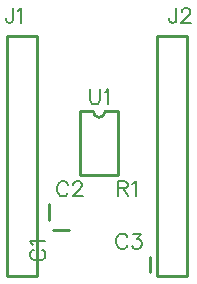
<source format=gto>
G04 DipTrace 3.0.0.2*
G04 gerber_files.gto*
%MOIN*%
G04 #@! TF.FileFunction,Legend,Top*
G04 #@! TF.Part,Single*
%ADD10C,0.009843*%
%ADD36C,0.00772*%
%FSLAX26Y26*%
G04*
G70*
G90*
G75*
G01*
G04 TopSilk*
%LPD*%
X573322Y585344D2*
D10*
X624463D1*
X557533Y618403D2*
Y669545D1*
X896475Y494563D2*
Y443421D1*
X662582Y979423D2*
Y766823D1*
X788554Y979423D2*
Y766823D1*
X662582D2*
X788554D1*
X662582Y979423D2*
X705880D1*
X745257D2*
X788554D1*
X705880D2*
G03X745257Y979423I19689J23D01*
G01*
X417654Y431527D2*
X517656D1*
Y1231454D1*
X417654D1*
Y431527D1*
X1017754Y1231689D2*
X917752D1*
Y431762D1*
X1017754D1*
Y1231689D1*
X508080Y518686D2*
D36*
X503327Y516309D1*
X498518Y511501D1*
X496142Y506748D1*
Y497186D1*
X498518Y492378D1*
X503327Y487624D1*
X508080Y485193D1*
X515265Y482816D1*
X527259D1*
X534388Y485193D1*
X539197Y487624D1*
X543950Y492378D1*
X546382Y497186D1*
Y506748D1*
X543950Y511501D1*
X539197Y516309D1*
X534388Y518686D1*
X505759Y534125D2*
X503327Y538934D1*
X496197Y546119D1*
X546382D1*
X621878Y734786D2*
X619502Y739539D1*
X614693Y744348D1*
X609940Y746724D1*
X600378D1*
X595570Y744348D1*
X590817Y739539D1*
X588385Y734786D1*
X586008Y727601D1*
Y715608D1*
X588385Y708478D1*
X590817Y703669D1*
X595570Y698916D1*
X600378Y696484D1*
X609940D1*
X614693Y698916D1*
X619502Y703669D1*
X621878Y708478D1*
X639749Y734731D2*
Y737107D1*
X642126Y741916D1*
X644502Y744293D1*
X649311Y746669D1*
X658872D1*
X663626Y744293D1*
X666002Y741916D1*
X668434Y737107D1*
Y732354D1*
X666002Y727546D1*
X661249Y720416D1*
X637317Y696484D1*
X670811D1*
X819067Y559805D2*
X816691Y564558D1*
X811882Y569366D1*
X807129Y571743D1*
X797567D1*
X792759Y569366D1*
X788006Y564558D1*
X785574Y559805D1*
X783197Y552620D1*
Y540626D1*
X785574Y533496D1*
X788006Y528688D1*
X792759Y523935D1*
X797567Y521503D1*
X807129D1*
X811882Y523935D1*
X816691Y528688D1*
X819067Y533496D1*
X839315Y571687D2*
X865568D1*
X851253Y552564D1*
X858438D1*
X863191Y550188D1*
X865568Y547811D1*
X868000Y540626D1*
Y535873D1*
X865568Y528688D1*
X860815Y523879D1*
X853630Y521503D1*
X846445D1*
X839315Y523879D1*
X836938Y526311D1*
X834506Y531064D1*
X787251Y722793D2*
X808751D1*
X815936Y725225D1*
X818368Y727601D1*
X820744Y732354D1*
Y737163D1*
X818368Y741916D1*
X815936Y744348D1*
X808751Y746724D1*
X787251D1*
Y696484D1*
X803998Y722793D2*
X820744Y696484D1*
X836183Y737107D2*
X840992Y739539D1*
X848177Y746669D1*
Y696484D1*
X695105Y1052646D2*
Y1016776D1*
X697482Y1009591D1*
X702290Y1004838D1*
X709475Y1002406D1*
X714228D1*
X721414Y1004838D1*
X726222Y1009591D1*
X728599Y1016776D1*
Y1052646D1*
X744038Y1043029D2*
X748846Y1045461D1*
X756031Y1052591D1*
Y1002406D1*
X438445Y1323612D2*
Y1285365D1*
X436068Y1278180D1*
X433637Y1275803D1*
X428883Y1273372D1*
X424075D1*
X419322Y1275803D1*
X416945Y1278180D1*
X414513Y1285365D1*
Y1290118D1*
X453884Y1313995D2*
X458693Y1316426D1*
X465878Y1323556D1*
Y1273372D1*
X982712Y1323846D2*
Y1285600D1*
X980336Y1278415D1*
X977904Y1276038D1*
X973151Y1273606D1*
X968342D1*
X963589Y1276038D1*
X961212Y1278415D1*
X958780Y1285600D1*
Y1290353D1*
X1000583Y1311853D2*
Y1314230D1*
X1002960Y1319038D1*
X1005336Y1321415D1*
X1010145Y1323791D1*
X1019707D1*
X1024460Y1321415D1*
X1026836Y1319038D1*
X1029268Y1314230D1*
Y1309476D1*
X1026836Y1304668D1*
X1022083Y1297538D1*
X998151Y1273606D1*
X1031645D1*
M02*

</source>
